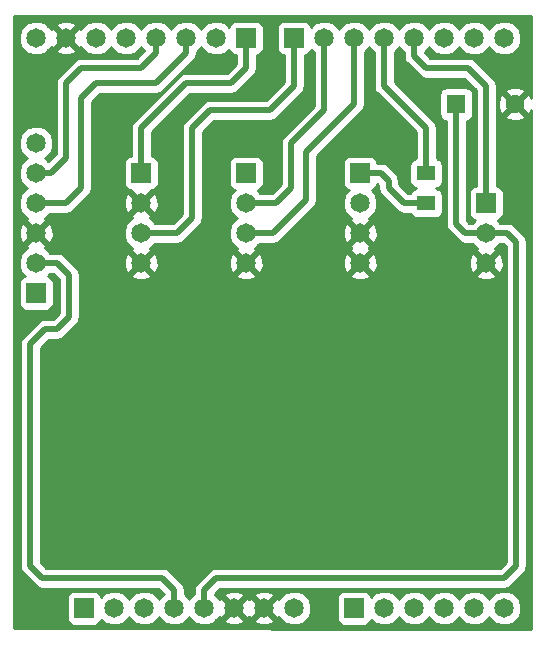
<source format=gbr>
G04 #@! TF.GenerationSoftware,KiCad,Pcbnew,(2017-02-16 revision ccbdb41)-makepkg*
G04 #@! TF.CreationDate,2017-02-23T14:10:58+01:00*
G04 #@! TF.ProjectId,Kicad,4B696361642E6B696361645F70636200,rev?*
G04 #@! TF.FileFunction,Copper,L1,Top,Signal*
G04 #@! TF.FilePolarity,Positive*
%FSLAX46Y46*%
G04 Gerber Fmt 4.6, Leading zero omitted, Abs format (unit mm)*
G04 Created by KiCad (PCBNEW (2017-02-16 revision ccbdb41)-makepkg) date 02/23/17 14:10:58*
%MOMM*%
%LPD*%
G01*
G04 APERTURE LIST*
%ADD10C,0.100000*%
%ADD11R,1.651000X1.651000*%
%ADD12C,1.651000*%
%ADD13R,1.600000X1.600000*%
%ADD14C,1.600000*%
%ADD15R,1.524000X1.270000*%
%ADD16C,0.500000*%
%ADD17C,0.254000*%
G04 APERTURE END LIST*
D10*
D11*
X137922000Y-93853000D03*
D12*
X137922000Y-96393000D03*
X137922000Y-98933000D03*
X137922000Y-101473000D03*
D11*
X119380000Y-93853000D03*
D12*
X119380000Y-96393000D03*
X119380000Y-98933000D03*
X119380000Y-101473000D03*
D11*
X128270000Y-93853000D03*
D12*
X128270000Y-96393000D03*
X128270000Y-98933000D03*
X128270000Y-101473000D03*
D11*
X110490000Y-104013000D03*
D12*
X110490000Y-101473000D03*
X110490000Y-98933000D03*
X110490000Y-96393000D03*
X110490000Y-93853000D03*
X110490000Y-91313000D03*
D11*
X148590000Y-96393000D03*
D12*
X148590000Y-98933000D03*
X148590000Y-101473000D03*
D11*
X114554000Y-130683000D03*
D12*
X117094000Y-130683000D03*
X119634000Y-130683000D03*
X122174000Y-130683000D03*
X124714000Y-130683000D03*
X127254000Y-130683000D03*
X129794000Y-130683000D03*
X132334000Y-130683000D03*
D11*
X137414000Y-130683000D03*
D12*
X139954000Y-130683000D03*
X142494000Y-130683000D03*
X145034000Y-130683000D03*
X147574000Y-130683000D03*
X150114000Y-130683000D03*
D11*
X132334000Y-82423000D03*
D12*
X134874000Y-82423000D03*
X137414000Y-82423000D03*
X139954000Y-82423000D03*
X142494000Y-82423000D03*
X145034000Y-82423000D03*
X147574000Y-82423000D03*
X150114000Y-82423000D03*
D11*
X128270000Y-82423000D03*
D12*
X125730000Y-82423000D03*
X123190000Y-82423000D03*
X120650000Y-82423000D03*
X118110000Y-82423000D03*
X115570000Y-82423000D03*
X113030000Y-82423000D03*
X110490000Y-82423000D03*
D13*
X146050000Y-88011000D03*
D14*
X151050000Y-88011000D03*
D15*
X143510000Y-96393000D03*
X143510000Y-93853000D03*
D16*
X132334000Y-86487000D02*
X132334000Y-82423000D01*
X130302000Y-88519000D02*
X132334000Y-86487000D01*
X125222000Y-88519000D02*
X130302000Y-88519000D01*
X123698000Y-90043000D02*
X125222000Y-88519000D01*
X123698000Y-97663000D02*
X123698000Y-90043000D01*
X122428000Y-98933000D02*
X123698000Y-97663000D01*
X119380000Y-98933000D02*
X122428000Y-98933000D01*
X132080000Y-82677000D02*
X132334000Y-82423000D01*
X128270000Y-96393000D02*
X130810000Y-96393000D01*
X134874000Y-88519000D02*
X134874000Y-82423000D01*
X132080000Y-91313000D02*
X134874000Y-88519000D01*
X132080000Y-95123000D02*
X132080000Y-91313000D01*
X130810000Y-96393000D02*
X132080000Y-95123000D01*
X137414000Y-88011000D02*
X137414000Y-82423000D01*
X133350000Y-92075000D02*
X137414000Y-88011000D01*
X133350000Y-96139000D02*
X133350000Y-92075000D01*
X130556000Y-98933000D02*
X133350000Y-96139000D01*
X128270000Y-98933000D02*
X130556000Y-98933000D01*
X128270000Y-84963000D02*
X128270000Y-82423000D01*
X127000000Y-86233000D02*
X128270000Y-84963000D01*
X123190000Y-86233000D02*
X127000000Y-86233000D01*
X119380000Y-90043000D02*
X123190000Y-86233000D01*
X119380000Y-93853000D02*
X119380000Y-90043000D01*
X143510000Y-93853000D02*
X143510000Y-90043000D01*
X139954000Y-86487000D02*
X139954000Y-82423000D01*
X143510000Y-90043000D02*
X139954000Y-86487000D01*
X110490000Y-96393000D02*
X113030000Y-96393000D01*
X123190000Y-83693000D02*
X123190000Y-82423000D01*
X120650000Y-86233000D02*
X123190000Y-83693000D01*
X115570000Y-86233000D02*
X120650000Y-86233000D01*
X114300000Y-87503000D02*
X115570000Y-86233000D01*
X114300000Y-95123000D02*
X114300000Y-87503000D01*
X113030000Y-96393000D02*
X114300000Y-95123000D01*
X110490000Y-93853000D02*
X111760000Y-93853000D01*
X120650000Y-83693000D02*
X120650000Y-82423000D01*
X119380000Y-84963000D02*
X120650000Y-83693000D01*
X114300000Y-84963000D02*
X119380000Y-84963000D01*
X113030000Y-86233000D02*
X114300000Y-84963000D01*
X113030000Y-92583000D02*
X113030000Y-86233000D01*
X111760000Y-93853000D02*
X113030000Y-92583000D01*
X122174000Y-130683000D02*
X122174000Y-129159000D01*
X112268000Y-101473000D02*
X110490000Y-101473000D01*
X113284000Y-102489000D02*
X112268000Y-101473000D01*
X113284000Y-106045000D02*
X113284000Y-102489000D01*
X112268000Y-107061000D02*
X113284000Y-106045000D01*
X111252000Y-107061000D02*
X112268000Y-107061000D01*
X109982000Y-108331000D02*
X111252000Y-107061000D01*
X109982000Y-127127000D02*
X109982000Y-108331000D01*
X110998000Y-128143000D02*
X109982000Y-127127000D01*
X121158000Y-128143000D02*
X110998000Y-128143000D01*
X122174000Y-129159000D02*
X121158000Y-128143000D01*
X148590000Y-98933000D02*
X146812000Y-98933000D01*
X146050000Y-98171000D02*
X146050000Y-88011000D01*
X146812000Y-98933000D02*
X146050000Y-98171000D01*
X124714000Y-130683000D02*
X124714000Y-129159000D01*
X150368000Y-98933000D02*
X148590000Y-98933000D01*
X151130000Y-99695000D02*
X150368000Y-98933000D01*
X151130000Y-127127000D02*
X151130000Y-99695000D01*
X150114000Y-128143000D02*
X151130000Y-127127000D01*
X125730000Y-128143000D02*
X150114000Y-128143000D01*
X124714000Y-129159000D02*
X125730000Y-128143000D01*
X149225000Y-98933000D02*
X148590000Y-98933000D01*
X148590000Y-96393000D02*
X148590000Y-86487000D01*
X142494000Y-83947000D02*
X142494000Y-82423000D01*
X143510000Y-84963000D02*
X142494000Y-83947000D01*
X147066000Y-84963000D02*
X143510000Y-84963000D01*
X148590000Y-86487000D02*
X147066000Y-84963000D01*
X137922000Y-93853000D02*
X139700000Y-93853000D01*
X141605000Y-96393000D02*
X143510000Y-96393000D01*
X140335000Y-95123000D02*
X141605000Y-96393000D01*
X140335000Y-94488000D02*
X140335000Y-95123000D01*
X139700000Y-93853000D02*
X140335000Y-94488000D01*
D17*
G36*
X152400000Y-87489087D02*
X152303864Y-87256995D01*
X152057745Y-87182861D01*
X151229605Y-88011000D01*
X152057745Y-88839139D01*
X152303864Y-88765005D01*
X152400000Y-88497544D01*
X152400000Y-132460634D01*
X108660000Y-132334582D01*
X108660000Y-103187500D01*
X109017060Y-103187500D01*
X109017060Y-104838500D01*
X109066343Y-105086265D01*
X109206691Y-105296309D01*
X109416735Y-105436657D01*
X109664500Y-105485940D01*
X111315500Y-105485940D01*
X111563265Y-105436657D01*
X111773309Y-105296309D01*
X111913657Y-105086265D01*
X111962940Y-104838500D01*
X111962940Y-103187500D01*
X111913657Y-102939735D01*
X111773309Y-102729691D01*
X111563265Y-102589343D01*
X111459623Y-102568727D01*
X111670718Y-102358000D01*
X111901420Y-102358000D01*
X112399000Y-102855579D01*
X112399000Y-105678421D01*
X111901420Y-106176000D01*
X111252005Y-106176000D01*
X111252000Y-106175999D01*
X110913325Y-106243367D01*
X110626210Y-106435210D01*
X110626208Y-106435213D01*
X109356210Y-107705210D01*
X109164367Y-107992325D01*
X109164367Y-107992326D01*
X109096999Y-108331000D01*
X109097000Y-108331005D01*
X109097000Y-127126995D01*
X109096999Y-127127000D01*
X109136458Y-127325367D01*
X109164367Y-127465675D01*
X109356209Y-127752789D01*
X109356210Y-127752790D01*
X110372208Y-128768787D01*
X110372210Y-128768790D01*
X110659325Y-128960633D01*
X110715516Y-128971810D01*
X110998000Y-129028001D01*
X110998005Y-129028000D01*
X120791420Y-129028000D01*
X121277599Y-129514178D01*
X120936570Y-129854613D01*
X120904196Y-129932579D01*
X120872874Y-129856774D01*
X120462387Y-129445570D01*
X119925786Y-129222754D01*
X119344763Y-129222247D01*
X118807774Y-129444126D01*
X118396570Y-129854613D01*
X118364196Y-129932579D01*
X118332874Y-129856774D01*
X117922387Y-129445570D01*
X117385786Y-129222754D01*
X116804763Y-129222247D01*
X116267774Y-129444126D01*
X115998236Y-129713194D01*
X115977657Y-129609735D01*
X115837309Y-129399691D01*
X115627265Y-129259343D01*
X115379500Y-129210060D01*
X113728500Y-129210060D01*
X113480735Y-129259343D01*
X113270691Y-129399691D01*
X113130343Y-129609735D01*
X113081060Y-129857500D01*
X113081060Y-131508500D01*
X113130343Y-131756265D01*
X113270691Y-131966309D01*
X113480735Y-132106657D01*
X113728500Y-132155940D01*
X115379500Y-132155940D01*
X115627265Y-132106657D01*
X115837309Y-131966309D01*
X115977657Y-131756265D01*
X115998273Y-131652623D01*
X116265613Y-131920430D01*
X116802214Y-132143246D01*
X117383237Y-132143753D01*
X117920226Y-131921874D01*
X118331430Y-131511387D01*
X118363804Y-131433421D01*
X118395126Y-131509226D01*
X118805613Y-131920430D01*
X119342214Y-132143246D01*
X119923237Y-132143753D01*
X120460226Y-131921874D01*
X120871430Y-131511387D01*
X120903804Y-131433421D01*
X120935126Y-131509226D01*
X121345613Y-131920430D01*
X121882214Y-132143246D01*
X122463237Y-132143753D01*
X123000226Y-131921874D01*
X123411430Y-131511387D01*
X123443804Y-131433421D01*
X123475126Y-131509226D01*
X123885613Y-131920430D01*
X124422214Y-132143246D01*
X125003237Y-132143753D01*
X125540226Y-131921874D01*
X125753256Y-131709215D01*
X126407390Y-131709215D01*
X126484656Y-131957976D01*
X127031131Y-132155340D01*
X127611535Y-132128553D01*
X128023344Y-131957976D01*
X128100610Y-131709215D01*
X128947390Y-131709215D01*
X129024656Y-131957976D01*
X129571131Y-132155340D01*
X130151535Y-132128553D01*
X130563344Y-131957976D01*
X130640610Y-131709215D01*
X129794000Y-130862605D01*
X128947390Y-131709215D01*
X128100610Y-131709215D01*
X127254000Y-130862605D01*
X126407390Y-131709215D01*
X125753256Y-131709215D01*
X125951430Y-131511387D01*
X125977487Y-131448634D01*
X125979024Y-131452344D01*
X126227785Y-131529610D01*
X127074395Y-130683000D01*
X127433605Y-130683000D01*
X128280215Y-131529610D01*
X128524000Y-131453890D01*
X128767785Y-131529610D01*
X129614395Y-130683000D01*
X129973605Y-130683000D01*
X130820215Y-131529610D01*
X131068976Y-131452344D01*
X131070211Y-131448926D01*
X131095126Y-131509226D01*
X131505613Y-131920430D01*
X132042214Y-132143246D01*
X132623237Y-132143753D01*
X133160226Y-131921874D01*
X133571430Y-131511387D01*
X133794246Y-130974786D01*
X133794753Y-130393763D01*
X133573174Y-129857500D01*
X135941060Y-129857500D01*
X135941060Y-131508500D01*
X135990343Y-131756265D01*
X136130691Y-131966309D01*
X136340735Y-132106657D01*
X136588500Y-132155940D01*
X138239500Y-132155940D01*
X138487265Y-132106657D01*
X138697309Y-131966309D01*
X138837657Y-131756265D01*
X138858273Y-131652623D01*
X139125613Y-131920430D01*
X139662214Y-132143246D01*
X140243237Y-132143753D01*
X140780226Y-131921874D01*
X141191430Y-131511387D01*
X141223804Y-131433421D01*
X141255126Y-131509226D01*
X141665613Y-131920430D01*
X142202214Y-132143246D01*
X142783237Y-132143753D01*
X143320226Y-131921874D01*
X143731430Y-131511387D01*
X143763804Y-131433421D01*
X143795126Y-131509226D01*
X144205613Y-131920430D01*
X144742214Y-132143246D01*
X145323237Y-132143753D01*
X145860226Y-131921874D01*
X146271430Y-131511387D01*
X146303804Y-131433421D01*
X146335126Y-131509226D01*
X146745613Y-131920430D01*
X147282214Y-132143246D01*
X147863237Y-132143753D01*
X148400226Y-131921874D01*
X148811430Y-131511387D01*
X148843804Y-131433421D01*
X148875126Y-131509226D01*
X149285613Y-131920430D01*
X149822214Y-132143246D01*
X150403237Y-132143753D01*
X150940226Y-131921874D01*
X151351430Y-131511387D01*
X151574246Y-130974786D01*
X151574753Y-130393763D01*
X151352874Y-129856774D01*
X150942387Y-129445570D01*
X150405786Y-129222754D01*
X149824763Y-129222247D01*
X149287774Y-129444126D01*
X148876570Y-129854613D01*
X148844196Y-129932579D01*
X148812874Y-129856774D01*
X148402387Y-129445570D01*
X147865786Y-129222754D01*
X147284763Y-129222247D01*
X146747774Y-129444126D01*
X146336570Y-129854613D01*
X146304196Y-129932579D01*
X146272874Y-129856774D01*
X145862387Y-129445570D01*
X145325786Y-129222754D01*
X144744763Y-129222247D01*
X144207774Y-129444126D01*
X143796570Y-129854613D01*
X143764196Y-129932579D01*
X143732874Y-129856774D01*
X143322387Y-129445570D01*
X142785786Y-129222754D01*
X142204763Y-129222247D01*
X141667774Y-129444126D01*
X141256570Y-129854613D01*
X141224196Y-129932579D01*
X141192874Y-129856774D01*
X140782387Y-129445570D01*
X140245786Y-129222754D01*
X139664763Y-129222247D01*
X139127774Y-129444126D01*
X138858236Y-129713194D01*
X138837657Y-129609735D01*
X138697309Y-129399691D01*
X138487265Y-129259343D01*
X138239500Y-129210060D01*
X136588500Y-129210060D01*
X136340735Y-129259343D01*
X136130691Y-129399691D01*
X135990343Y-129609735D01*
X135941060Y-129857500D01*
X133573174Y-129857500D01*
X133572874Y-129856774D01*
X133162387Y-129445570D01*
X132625786Y-129222754D01*
X132044763Y-129222247D01*
X131507774Y-129444126D01*
X131096570Y-129854613D01*
X131070513Y-129917366D01*
X131068976Y-129913656D01*
X130820215Y-129836390D01*
X129973605Y-130683000D01*
X129614395Y-130683000D01*
X128767785Y-129836390D01*
X128524000Y-129912110D01*
X128280215Y-129836390D01*
X127433605Y-130683000D01*
X127074395Y-130683000D01*
X126227785Y-129836390D01*
X125979024Y-129913656D01*
X125977789Y-129917074D01*
X125952874Y-129856774D01*
X125753234Y-129656785D01*
X126407390Y-129656785D01*
X127254000Y-130503395D01*
X128100610Y-129656785D01*
X128947390Y-129656785D01*
X129794000Y-130503395D01*
X130640610Y-129656785D01*
X130563344Y-129408024D01*
X130016869Y-129210660D01*
X129436465Y-129237447D01*
X129024656Y-129408024D01*
X128947390Y-129656785D01*
X128100610Y-129656785D01*
X128023344Y-129408024D01*
X127476869Y-129210660D01*
X126896465Y-129237447D01*
X126484656Y-129408024D01*
X126407390Y-129656785D01*
X125753234Y-129656785D01*
X125610639Y-129513941D01*
X126096579Y-129028000D01*
X150113995Y-129028000D01*
X150114000Y-129028001D01*
X150396484Y-128971810D01*
X150452675Y-128960633D01*
X150739790Y-128768790D01*
X150739791Y-128768789D01*
X151755787Y-127752792D01*
X151755790Y-127752790D01*
X151947633Y-127465675D01*
X151975542Y-127325367D01*
X152015001Y-127127000D01*
X152015000Y-127126995D01*
X152015000Y-99695005D01*
X152015001Y-99695000D01*
X151947633Y-99356326D01*
X151947633Y-99356325D01*
X151755790Y-99069210D01*
X151755787Y-99069208D01*
X150993790Y-98307210D01*
X150966222Y-98288790D01*
X150706675Y-98115367D01*
X150650484Y-98104190D01*
X150368000Y-98047999D01*
X150367995Y-98048000D01*
X149770202Y-98048000D01*
X149559806Y-97837236D01*
X149663265Y-97816657D01*
X149873309Y-97676309D01*
X150013657Y-97466265D01*
X150062940Y-97218500D01*
X150062940Y-95567500D01*
X150013657Y-95319735D01*
X149873309Y-95109691D01*
X149663265Y-94969343D01*
X149475000Y-94931895D01*
X149475000Y-89018745D01*
X150221861Y-89018745D01*
X150295995Y-89264864D01*
X150833223Y-89457965D01*
X151403454Y-89430778D01*
X151804005Y-89264864D01*
X151878139Y-89018745D01*
X151050000Y-88190605D01*
X150221861Y-89018745D01*
X149475000Y-89018745D01*
X149475000Y-87794223D01*
X149603035Y-87794223D01*
X149630222Y-88364454D01*
X149796136Y-88765005D01*
X150042255Y-88839139D01*
X150870395Y-88011000D01*
X150042255Y-87182861D01*
X149796136Y-87256995D01*
X149603035Y-87794223D01*
X149475000Y-87794223D01*
X149475000Y-87003255D01*
X150221861Y-87003255D01*
X151050000Y-87831395D01*
X151878139Y-87003255D01*
X151804005Y-86757136D01*
X151266777Y-86564035D01*
X150696546Y-86591222D01*
X150295995Y-86757136D01*
X150221861Y-87003255D01*
X149475000Y-87003255D01*
X149475000Y-86487000D01*
X149407633Y-86148325D01*
X149215790Y-85861210D01*
X149215787Y-85861208D01*
X147691790Y-84337210D01*
X147614660Y-84285674D01*
X147404675Y-84145367D01*
X147348484Y-84134190D01*
X147066000Y-84077999D01*
X147065995Y-84078000D01*
X143876579Y-84078000D01*
X143390401Y-83591821D01*
X143731430Y-83251387D01*
X143763804Y-83173421D01*
X143795126Y-83249226D01*
X144205613Y-83660430D01*
X144742214Y-83883246D01*
X145323237Y-83883753D01*
X145860226Y-83661874D01*
X146271430Y-83251387D01*
X146303804Y-83173421D01*
X146335126Y-83249226D01*
X146745613Y-83660430D01*
X147282214Y-83883246D01*
X147863237Y-83883753D01*
X148400226Y-83661874D01*
X148811430Y-83251387D01*
X148843804Y-83173421D01*
X148875126Y-83249226D01*
X149285613Y-83660430D01*
X149822214Y-83883246D01*
X150403237Y-83883753D01*
X150940226Y-83661874D01*
X151351430Y-83251387D01*
X151574246Y-82714786D01*
X151574753Y-82133763D01*
X151352874Y-81596774D01*
X150942387Y-81185570D01*
X150405786Y-80962754D01*
X149824763Y-80962247D01*
X149287774Y-81184126D01*
X148876570Y-81594613D01*
X148844196Y-81672579D01*
X148812874Y-81596774D01*
X148402387Y-81185570D01*
X147865786Y-80962754D01*
X147284763Y-80962247D01*
X146747774Y-81184126D01*
X146336570Y-81594613D01*
X146304196Y-81672579D01*
X146272874Y-81596774D01*
X145862387Y-81185570D01*
X145325786Y-80962754D01*
X144744763Y-80962247D01*
X144207774Y-81184126D01*
X143796570Y-81594613D01*
X143764196Y-81672579D01*
X143732874Y-81596774D01*
X143322387Y-81185570D01*
X142785786Y-80962754D01*
X142204763Y-80962247D01*
X141667774Y-81184126D01*
X141256570Y-81594613D01*
X141224196Y-81672579D01*
X141192874Y-81596774D01*
X140782387Y-81185570D01*
X140245786Y-80962754D01*
X139664763Y-80962247D01*
X139127774Y-81184126D01*
X138716570Y-81594613D01*
X138684196Y-81672579D01*
X138652874Y-81596774D01*
X138242387Y-81185570D01*
X137705786Y-80962754D01*
X137124763Y-80962247D01*
X136587774Y-81184126D01*
X136176570Y-81594613D01*
X136144196Y-81672579D01*
X136112874Y-81596774D01*
X135702387Y-81185570D01*
X135165786Y-80962754D01*
X134584763Y-80962247D01*
X134047774Y-81184126D01*
X133778236Y-81453194D01*
X133757657Y-81349735D01*
X133617309Y-81139691D01*
X133407265Y-80999343D01*
X133159500Y-80950060D01*
X131508500Y-80950060D01*
X131260735Y-80999343D01*
X131050691Y-81139691D01*
X130910343Y-81349735D01*
X130861060Y-81597500D01*
X130861060Y-83248500D01*
X130910343Y-83496265D01*
X131050691Y-83706309D01*
X131260735Y-83846657D01*
X131449000Y-83884105D01*
X131449000Y-86120421D01*
X129935420Y-87634000D01*
X125222000Y-87634000D01*
X124883325Y-87701367D01*
X124596210Y-87893210D01*
X124596208Y-87893213D01*
X123072210Y-89417210D01*
X122880367Y-89704325D01*
X122880367Y-89704326D01*
X122812999Y-90043000D01*
X122813000Y-90043005D01*
X122813000Y-97296421D01*
X122061420Y-98048000D01*
X120560202Y-98048000D01*
X120208387Y-97695570D01*
X120145634Y-97669513D01*
X120149344Y-97667976D01*
X120226610Y-97419215D01*
X119380000Y-96572605D01*
X118533390Y-97419215D01*
X118610656Y-97667976D01*
X118614074Y-97669211D01*
X118553774Y-97694126D01*
X118142570Y-98104613D01*
X117919754Y-98641214D01*
X117919247Y-99222237D01*
X118141126Y-99759226D01*
X118551613Y-100170430D01*
X118614366Y-100196487D01*
X118610656Y-100198024D01*
X118533390Y-100446785D01*
X119380000Y-101293395D01*
X120226610Y-100446785D01*
X120149344Y-100198024D01*
X120145926Y-100196789D01*
X120206226Y-100171874D01*
X120560718Y-99818000D01*
X122427995Y-99818000D01*
X122428000Y-99818001D01*
X122723475Y-99759226D01*
X122766675Y-99750633D01*
X123053790Y-99558790D01*
X124323787Y-98288792D01*
X124323790Y-98288790D01*
X124515633Y-98001675D01*
X124545158Y-97853246D01*
X124583001Y-97663000D01*
X124583000Y-97662995D01*
X124583000Y-90409580D01*
X125588579Y-89404000D01*
X130301995Y-89404000D01*
X130302000Y-89404001D01*
X130584484Y-89347810D01*
X130640675Y-89336633D01*
X130927790Y-89144790D01*
X130927791Y-89144789D01*
X132959787Y-87112792D01*
X132959790Y-87112790D01*
X133151633Y-86825675D01*
X133179542Y-86685367D01*
X133219001Y-86487000D01*
X133219000Y-86486995D01*
X133219000Y-83884105D01*
X133407265Y-83846657D01*
X133617309Y-83706309D01*
X133757657Y-83496265D01*
X133778273Y-83392623D01*
X133989000Y-83603718D01*
X133989000Y-88152421D01*
X131454210Y-90687210D01*
X131262367Y-90974325D01*
X131262367Y-90974326D01*
X131194999Y-91313000D01*
X131195000Y-91313005D01*
X131195000Y-94756421D01*
X130443420Y-95508000D01*
X129450202Y-95508000D01*
X129239806Y-95297236D01*
X129343265Y-95276657D01*
X129553309Y-95136309D01*
X129693657Y-94926265D01*
X129742940Y-94678500D01*
X129742940Y-93027500D01*
X129693657Y-92779735D01*
X129553309Y-92569691D01*
X129343265Y-92429343D01*
X129095500Y-92380060D01*
X127444500Y-92380060D01*
X127196735Y-92429343D01*
X126986691Y-92569691D01*
X126846343Y-92779735D01*
X126797060Y-93027500D01*
X126797060Y-94678500D01*
X126846343Y-94926265D01*
X126986691Y-95136309D01*
X127196735Y-95276657D01*
X127300377Y-95297273D01*
X127032570Y-95564613D01*
X126809754Y-96101214D01*
X126809247Y-96682237D01*
X127031126Y-97219226D01*
X127441613Y-97630430D01*
X127519579Y-97662804D01*
X127443774Y-97694126D01*
X127032570Y-98104613D01*
X126809754Y-98641214D01*
X126809247Y-99222237D01*
X127031126Y-99759226D01*
X127441613Y-100170430D01*
X127504366Y-100196487D01*
X127500656Y-100198024D01*
X127423390Y-100446785D01*
X128270000Y-101293395D01*
X129116610Y-100446785D01*
X129039344Y-100198024D01*
X129035926Y-100196789D01*
X129096226Y-100171874D01*
X129309256Y-99959215D01*
X137075390Y-99959215D01*
X137151110Y-100203000D01*
X137075390Y-100446785D01*
X137922000Y-101293395D01*
X138768610Y-100446785D01*
X138692890Y-100203000D01*
X138768610Y-99959215D01*
X137922000Y-99112605D01*
X137075390Y-99959215D01*
X129309256Y-99959215D01*
X129450718Y-99818000D01*
X130555995Y-99818000D01*
X130556000Y-99818001D01*
X130851475Y-99759226D01*
X130894675Y-99750633D01*
X131181790Y-99558790D01*
X132030448Y-98710131D01*
X136449660Y-98710131D01*
X136476447Y-99290535D01*
X136647024Y-99702344D01*
X136895785Y-99779610D01*
X137742395Y-98933000D01*
X138101605Y-98933000D01*
X138948215Y-99779610D01*
X139196976Y-99702344D01*
X139394340Y-99155869D01*
X139367553Y-98575465D01*
X139196976Y-98163656D01*
X138948215Y-98086390D01*
X138101605Y-98933000D01*
X137742395Y-98933000D01*
X136895785Y-98086390D01*
X136647024Y-98163656D01*
X136449660Y-98710131D01*
X132030448Y-98710131D01*
X133975787Y-96764792D01*
X133975790Y-96764790D01*
X134167633Y-96477675D01*
X134184476Y-96393000D01*
X134235001Y-96139000D01*
X134235000Y-96138995D01*
X134235000Y-92441580D01*
X138039787Y-88636792D01*
X138039790Y-88636790D01*
X138231633Y-88349675D01*
X138255880Y-88227777D01*
X138299001Y-88011000D01*
X138299000Y-88010995D01*
X138299000Y-83603202D01*
X138651430Y-83251387D01*
X138683804Y-83173421D01*
X138715126Y-83249226D01*
X139069000Y-83603718D01*
X139069000Y-86486995D01*
X139068999Y-86487000D01*
X139108458Y-86685367D01*
X139136367Y-86825675D01*
X139286678Y-87050633D01*
X139328210Y-87112790D01*
X142625000Y-90409579D01*
X142625000Y-92595026D01*
X142500235Y-92619843D01*
X142290191Y-92760191D01*
X142149843Y-92970235D01*
X142100560Y-93218000D01*
X142100560Y-94488000D01*
X142149843Y-94735765D01*
X142290191Y-94945809D01*
X142500235Y-95086157D01*
X142685459Y-95123000D01*
X142500235Y-95159843D01*
X142290191Y-95300191D01*
X142151336Y-95508000D01*
X141971579Y-95508000D01*
X141220000Y-94756420D01*
X141220000Y-94488005D01*
X141220001Y-94488000D01*
X141152634Y-94149326D01*
X141088975Y-94054054D01*
X140960790Y-93862210D01*
X140960787Y-93862208D01*
X140325790Y-93227210D01*
X140298222Y-93208790D01*
X140038675Y-93035367D01*
X139982484Y-93024190D01*
X139700000Y-92967999D01*
X139699995Y-92968000D01*
X139383105Y-92968000D01*
X139345657Y-92779735D01*
X139205309Y-92569691D01*
X138995265Y-92429343D01*
X138747500Y-92380060D01*
X137096500Y-92380060D01*
X136848735Y-92429343D01*
X136638691Y-92569691D01*
X136498343Y-92779735D01*
X136449060Y-93027500D01*
X136449060Y-94678500D01*
X136498343Y-94926265D01*
X136638691Y-95136309D01*
X136848735Y-95276657D01*
X136952377Y-95297273D01*
X136684570Y-95564613D01*
X136461754Y-96101214D01*
X136461247Y-96682237D01*
X136683126Y-97219226D01*
X137093613Y-97630430D01*
X137156366Y-97656487D01*
X137152656Y-97658024D01*
X137075390Y-97906785D01*
X137922000Y-98753395D01*
X138768610Y-97906785D01*
X138691344Y-97658024D01*
X138687926Y-97656789D01*
X138748226Y-97631874D01*
X139159430Y-97221387D01*
X139382246Y-96684786D01*
X139382753Y-96103763D01*
X139160874Y-95566774D01*
X138891806Y-95297236D01*
X138995265Y-95276657D01*
X139205309Y-95136309D01*
X139345657Y-94926265D01*
X139374862Y-94779441D01*
X139450000Y-94854579D01*
X139450000Y-95122995D01*
X139449999Y-95123000D01*
X139506190Y-95405484D01*
X139517367Y-95461675D01*
X139625599Y-95623656D01*
X139709210Y-95748790D01*
X140979208Y-97018787D01*
X140979210Y-97018790D01*
X141194055Y-97162344D01*
X141266325Y-97210633D01*
X141605000Y-97278001D01*
X141605005Y-97278000D01*
X142151336Y-97278000D01*
X142290191Y-97485809D01*
X142500235Y-97626157D01*
X142748000Y-97675440D01*
X144272000Y-97675440D01*
X144519765Y-97626157D01*
X144729809Y-97485809D01*
X144870157Y-97275765D01*
X144919440Y-97028000D01*
X144919440Y-95758000D01*
X144870157Y-95510235D01*
X144729809Y-95300191D01*
X144519765Y-95159843D01*
X144334541Y-95123000D01*
X144519765Y-95086157D01*
X144729809Y-94945809D01*
X144870157Y-94735765D01*
X144919440Y-94488000D01*
X144919440Y-93218000D01*
X144870157Y-92970235D01*
X144729809Y-92760191D01*
X144519765Y-92619843D01*
X144395000Y-92595026D01*
X144395000Y-90043000D01*
X144327633Y-89704325D01*
X144135790Y-89417210D01*
X144135787Y-89417208D01*
X140839000Y-86120420D01*
X140839000Y-83603202D01*
X141191430Y-83251387D01*
X141223804Y-83173421D01*
X141255126Y-83249226D01*
X141609000Y-83603718D01*
X141609000Y-83946995D01*
X141608999Y-83947000D01*
X141648458Y-84145367D01*
X141676367Y-84285675D01*
X141826678Y-84510633D01*
X141868210Y-84572790D01*
X142884208Y-85588787D01*
X142884210Y-85588790D01*
X143171325Y-85780633D01*
X143227516Y-85791810D01*
X143510000Y-85848001D01*
X143510005Y-85848000D01*
X146699420Y-85848000D01*
X147705000Y-86853579D01*
X147705000Y-94931895D01*
X147516735Y-94969343D01*
X147306691Y-95109691D01*
X147166343Y-95319735D01*
X147117060Y-95567500D01*
X147117060Y-97218500D01*
X147166343Y-97466265D01*
X147306691Y-97676309D01*
X147516735Y-97816657D01*
X147620377Y-97837273D01*
X147409282Y-98048000D01*
X147178579Y-98048000D01*
X146935000Y-97804420D01*
X146935000Y-89441533D01*
X147097765Y-89409157D01*
X147307809Y-89268809D01*
X147448157Y-89058765D01*
X147497440Y-88811000D01*
X147497440Y-87211000D01*
X147448157Y-86963235D01*
X147307809Y-86753191D01*
X147097765Y-86612843D01*
X146850000Y-86563560D01*
X145250000Y-86563560D01*
X145002235Y-86612843D01*
X144792191Y-86753191D01*
X144651843Y-86963235D01*
X144602560Y-87211000D01*
X144602560Y-88811000D01*
X144651843Y-89058765D01*
X144792191Y-89268809D01*
X145002235Y-89409157D01*
X145165000Y-89441533D01*
X145165000Y-98170995D01*
X145164999Y-98171000D01*
X145192094Y-98307211D01*
X145232367Y-98509675D01*
X145366307Y-98710131D01*
X145424210Y-98796790D01*
X146186208Y-99558787D01*
X146186210Y-99558790D01*
X146473325Y-99750633D01*
X146516525Y-99759226D01*
X146812000Y-99818001D01*
X146812005Y-99818000D01*
X147409798Y-99818000D01*
X147761613Y-100170430D01*
X147824366Y-100196487D01*
X147820656Y-100198024D01*
X147743390Y-100446785D01*
X148590000Y-101293395D01*
X149436610Y-100446785D01*
X149359344Y-100198024D01*
X149355926Y-100196789D01*
X149416226Y-100171874D01*
X149770718Y-99818000D01*
X150001420Y-99818000D01*
X150245000Y-100061579D01*
X150245000Y-126760421D01*
X149747420Y-127258000D01*
X125730005Y-127258000D01*
X125730000Y-127257999D01*
X125447516Y-127314190D01*
X125391325Y-127325367D01*
X125104210Y-127517210D01*
X125104208Y-127517213D01*
X124088210Y-128533210D01*
X123896367Y-128820325D01*
X123896367Y-128820326D01*
X123828999Y-129159000D01*
X123829000Y-129159005D01*
X123829000Y-129502798D01*
X123476570Y-129854613D01*
X123444196Y-129932579D01*
X123412874Y-129856774D01*
X123059000Y-129502282D01*
X123059000Y-129159005D01*
X123059001Y-129159000D01*
X122991633Y-128820326D01*
X122991633Y-128820325D01*
X122799790Y-128533210D01*
X122799787Y-128533208D01*
X121783790Y-127517210D01*
X121706660Y-127465674D01*
X121496675Y-127325367D01*
X121440484Y-127314190D01*
X121158000Y-127257999D01*
X121157995Y-127258000D01*
X111364579Y-127258000D01*
X110867000Y-126760420D01*
X110867000Y-108697580D01*
X111618579Y-107946000D01*
X112267995Y-107946000D01*
X112268000Y-107946001D01*
X112550484Y-107889810D01*
X112606675Y-107878633D01*
X112893790Y-107686790D01*
X113909787Y-106670792D01*
X113909790Y-106670790D01*
X114101633Y-106383675D01*
X114129542Y-106243367D01*
X114169001Y-106045000D01*
X114169000Y-106044995D01*
X114169000Y-102499215D01*
X118533390Y-102499215D01*
X118610656Y-102747976D01*
X119157131Y-102945340D01*
X119737535Y-102918553D01*
X120149344Y-102747976D01*
X120226610Y-102499215D01*
X127423390Y-102499215D01*
X127500656Y-102747976D01*
X128047131Y-102945340D01*
X128627535Y-102918553D01*
X129039344Y-102747976D01*
X129116610Y-102499215D01*
X137075390Y-102499215D01*
X137152656Y-102747976D01*
X137699131Y-102945340D01*
X138279535Y-102918553D01*
X138691344Y-102747976D01*
X138768610Y-102499215D01*
X147743390Y-102499215D01*
X147820656Y-102747976D01*
X148367131Y-102945340D01*
X148947535Y-102918553D01*
X149359344Y-102747976D01*
X149436610Y-102499215D01*
X148590000Y-101652605D01*
X147743390Y-102499215D01*
X138768610Y-102499215D01*
X137922000Y-101652605D01*
X137075390Y-102499215D01*
X129116610Y-102499215D01*
X128270000Y-101652605D01*
X127423390Y-102499215D01*
X120226610Y-102499215D01*
X119380000Y-101652605D01*
X118533390Y-102499215D01*
X114169000Y-102499215D01*
X114169000Y-102489005D01*
X114169001Y-102489000D01*
X114101633Y-102150326D01*
X114101633Y-102150325D01*
X113909790Y-101863210D01*
X113909787Y-101863208D01*
X113296711Y-101250131D01*
X117907660Y-101250131D01*
X117934447Y-101830535D01*
X118105024Y-102242344D01*
X118353785Y-102319610D01*
X119200395Y-101473000D01*
X119559605Y-101473000D01*
X120406215Y-102319610D01*
X120654976Y-102242344D01*
X120852340Y-101695869D01*
X120831769Y-101250131D01*
X126797660Y-101250131D01*
X126824447Y-101830535D01*
X126995024Y-102242344D01*
X127243785Y-102319610D01*
X128090395Y-101473000D01*
X128449605Y-101473000D01*
X129296215Y-102319610D01*
X129544976Y-102242344D01*
X129742340Y-101695869D01*
X129721769Y-101250131D01*
X136449660Y-101250131D01*
X136476447Y-101830535D01*
X136647024Y-102242344D01*
X136895785Y-102319610D01*
X137742395Y-101473000D01*
X138101605Y-101473000D01*
X138948215Y-102319610D01*
X139196976Y-102242344D01*
X139394340Y-101695869D01*
X139373769Y-101250131D01*
X147117660Y-101250131D01*
X147144447Y-101830535D01*
X147315024Y-102242344D01*
X147563785Y-102319610D01*
X148410395Y-101473000D01*
X148769605Y-101473000D01*
X149616215Y-102319610D01*
X149864976Y-102242344D01*
X150062340Y-101695869D01*
X150035553Y-101115465D01*
X149864976Y-100703656D01*
X149616215Y-100626390D01*
X148769605Y-101473000D01*
X148410395Y-101473000D01*
X147563785Y-100626390D01*
X147315024Y-100703656D01*
X147117660Y-101250131D01*
X139373769Y-101250131D01*
X139367553Y-101115465D01*
X139196976Y-100703656D01*
X138948215Y-100626390D01*
X138101605Y-101473000D01*
X137742395Y-101473000D01*
X136895785Y-100626390D01*
X136647024Y-100703656D01*
X136449660Y-101250131D01*
X129721769Y-101250131D01*
X129715553Y-101115465D01*
X129544976Y-100703656D01*
X129296215Y-100626390D01*
X128449605Y-101473000D01*
X128090395Y-101473000D01*
X127243785Y-100626390D01*
X126995024Y-100703656D01*
X126797660Y-101250131D01*
X120831769Y-101250131D01*
X120825553Y-101115465D01*
X120654976Y-100703656D01*
X120406215Y-100626390D01*
X119559605Y-101473000D01*
X119200395Y-101473000D01*
X118353785Y-100626390D01*
X118105024Y-100703656D01*
X117907660Y-101250131D01*
X113296711Y-101250131D01*
X112893790Y-100847210D01*
X112606675Y-100655367D01*
X112550484Y-100644190D01*
X112268000Y-100587999D01*
X112267995Y-100588000D01*
X111670202Y-100588000D01*
X111318387Y-100235570D01*
X111255634Y-100209513D01*
X111259344Y-100207976D01*
X111336610Y-99959215D01*
X110490000Y-99112605D01*
X109643390Y-99959215D01*
X109720656Y-100207976D01*
X109724074Y-100209211D01*
X109663774Y-100234126D01*
X109252570Y-100644613D01*
X109029754Y-101181214D01*
X109029247Y-101762237D01*
X109251126Y-102299226D01*
X109520194Y-102568764D01*
X109416735Y-102589343D01*
X109206691Y-102729691D01*
X109066343Y-102939735D01*
X109017060Y-103187500D01*
X108660000Y-103187500D01*
X108660000Y-98710131D01*
X109017660Y-98710131D01*
X109044447Y-99290535D01*
X109215024Y-99702344D01*
X109463785Y-99779610D01*
X110310395Y-98933000D01*
X110669605Y-98933000D01*
X111516215Y-99779610D01*
X111764976Y-99702344D01*
X111962340Y-99155869D01*
X111935553Y-98575465D01*
X111764976Y-98163656D01*
X111516215Y-98086390D01*
X110669605Y-98933000D01*
X110310395Y-98933000D01*
X109463785Y-98086390D01*
X109215024Y-98163656D01*
X109017660Y-98710131D01*
X108660000Y-98710131D01*
X108660000Y-91602237D01*
X109029247Y-91602237D01*
X109251126Y-92139226D01*
X109661613Y-92550430D01*
X109739579Y-92582804D01*
X109663774Y-92614126D01*
X109252570Y-93024613D01*
X109029754Y-93561214D01*
X109029247Y-94142237D01*
X109251126Y-94679226D01*
X109661613Y-95090430D01*
X109739579Y-95122804D01*
X109663774Y-95154126D01*
X109252570Y-95564613D01*
X109029754Y-96101214D01*
X109029247Y-96682237D01*
X109251126Y-97219226D01*
X109661613Y-97630430D01*
X109724366Y-97656487D01*
X109720656Y-97658024D01*
X109643390Y-97906785D01*
X110490000Y-98753395D01*
X111336610Y-97906785D01*
X111259344Y-97658024D01*
X111255926Y-97656789D01*
X111316226Y-97631874D01*
X111670718Y-97278000D01*
X113029995Y-97278000D01*
X113030000Y-97278001D01*
X113329125Y-97218500D01*
X113368675Y-97210633D01*
X113655790Y-97018790D01*
X113655791Y-97018789D01*
X114504448Y-96170131D01*
X117907660Y-96170131D01*
X117934447Y-96750535D01*
X118105024Y-97162344D01*
X118353785Y-97239610D01*
X119200395Y-96393000D01*
X119559605Y-96393000D01*
X120406215Y-97239610D01*
X120654976Y-97162344D01*
X120852340Y-96615869D01*
X120825553Y-96035465D01*
X120654976Y-95623656D01*
X120406215Y-95546390D01*
X119559605Y-96393000D01*
X119200395Y-96393000D01*
X118353785Y-95546390D01*
X118105024Y-95623656D01*
X117907660Y-96170131D01*
X114504448Y-96170131D01*
X114925787Y-95748792D01*
X114925790Y-95748790D01*
X115117633Y-95461675D01*
X115117633Y-95461674D01*
X115185001Y-95123000D01*
X115185000Y-95122995D01*
X115185000Y-87869580D01*
X115936579Y-87118000D01*
X120649995Y-87118000D01*
X120650000Y-87118001D01*
X120932484Y-87061810D01*
X120988675Y-87050633D01*
X121275790Y-86858790D01*
X121275791Y-86858789D01*
X123815787Y-84318792D01*
X123815790Y-84318790D01*
X124007633Y-84031675D01*
X124075000Y-83693000D01*
X124075000Y-83603202D01*
X124427430Y-83251387D01*
X124459804Y-83173421D01*
X124491126Y-83249226D01*
X124901613Y-83660430D01*
X125438214Y-83883246D01*
X126019237Y-83883753D01*
X126556226Y-83661874D01*
X126825764Y-83392806D01*
X126846343Y-83496265D01*
X126986691Y-83706309D01*
X127196735Y-83846657D01*
X127385000Y-83884105D01*
X127385000Y-84596421D01*
X126633420Y-85348000D01*
X123190005Y-85348000D01*
X123190000Y-85347999D01*
X122907516Y-85404190D01*
X122851325Y-85415367D01*
X122564210Y-85607210D01*
X122564208Y-85607213D01*
X118754210Y-89417210D01*
X118562367Y-89704325D01*
X118562367Y-89704326D01*
X118494999Y-90043000D01*
X118495000Y-90043005D01*
X118495000Y-92391895D01*
X118306735Y-92429343D01*
X118096691Y-92569691D01*
X117956343Y-92779735D01*
X117907060Y-93027500D01*
X117907060Y-94678500D01*
X117956343Y-94926265D01*
X118096691Y-95136309D01*
X118306735Y-95276657D01*
X118546567Y-95324362D01*
X118533390Y-95366785D01*
X119380000Y-96213395D01*
X120226610Y-95366785D01*
X120213433Y-95324362D01*
X120453265Y-95276657D01*
X120663309Y-95136309D01*
X120803657Y-94926265D01*
X120852940Y-94678500D01*
X120852940Y-93027500D01*
X120803657Y-92779735D01*
X120663309Y-92569691D01*
X120453265Y-92429343D01*
X120265000Y-92391895D01*
X120265000Y-90409580D01*
X123556579Y-87118000D01*
X126999995Y-87118000D01*
X127000000Y-87118001D01*
X127282484Y-87061810D01*
X127338675Y-87050633D01*
X127625790Y-86858790D01*
X127625791Y-86858789D01*
X128895787Y-85588792D01*
X128895790Y-85588790D01*
X129087633Y-85301675D01*
X129087633Y-85301674D01*
X129155001Y-84963000D01*
X129155000Y-84962995D01*
X129155000Y-83884105D01*
X129343265Y-83846657D01*
X129553309Y-83706309D01*
X129693657Y-83496265D01*
X129742940Y-83248500D01*
X129742940Y-81597500D01*
X129693657Y-81349735D01*
X129553309Y-81139691D01*
X129343265Y-80999343D01*
X129095500Y-80950060D01*
X127444500Y-80950060D01*
X127196735Y-80999343D01*
X126986691Y-81139691D01*
X126846343Y-81349735D01*
X126825727Y-81453377D01*
X126558387Y-81185570D01*
X126021786Y-80962754D01*
X125440763Y-80962247D01*
X124903774Y-81184126D01*
X124492570Y-81594613D01*
X124460196Y-81672579D01*
X124428874Y-81596774D01*
X124018387Y-81185570D01*
X123481786Y-80962754D01*
X122900763Y-80962247D01*
X122363774Y-81184126D01*
X121952570Y-81594613D01*
X121920196Y-81672579D01*
X121888874Y-81596774D01*
X121478387Y-81185570D01*
X120941786Y-80962754D01*
X120360763Y-80962247D01*
X119823774Y-81184126D01*
X119412570Y-81594613D01*
X119380196Y-81672579D01*
X119348874Y-81596774D01*
X118938387Y-81185570D01*
X118401786Y-80962754D01*
X117820763Y-80962247D01*
X117283774Y-81184126D01*
X116872570Y-81594613D01*
X116840196Y-81672579D01*
X116808874Y-81596774D01*
X116398387Y-81185570D01*
X115861786Y-80962754D01*
X115280763Y-80962247D01*
X114743774Y-81184126D01*
X114332570Y-81594613D01*
X114306513Y-81657366D01*
X114304976Y-81653656D01*
X114056215Y-81576390D01*
X113209605Y-82423000D01*
X114056215Y-83269610D01*
X114304976Y-83192344D01*
X114306211Y-83188926D01*
X114331126Y-83249226D01*
X114741613Y-83660430D01*
X115278214Y-83883246D01*
X115859237Y-83883753D01*
X116396226Y-83661874D01*
X116807430Y-83251387D01*
X116839804Y-83173421D01*
X116871126Y-83249226D01*
X117281613Y-83660430D01*
X117818214Y-83883246D01*
X118399237Y-83883753D01*
X118936226Y-83661874D01*
X119347430Y-83251387D01*
X119379804Y-83173421D01*
X119411126Y-83249226D01*
X119626472Y-83464948D01*
X119013420Y-84078000D01*
X114300005Y-84078000D01*
X114300000Y-84077999D01*
X113961325Y-84145367D01*
X113674210Y-84337210D01*
X113674208Y-84337213D01*
X112404210Y-85607210D01*
X112212367Y-85894325D01*
X112212367Y-85894326D01*
X112144999Y-86233000D01*
X112145000Y-86233005D01*
X112145000Y-92216421D01*
X111531932Y-92829488D01*
X111318387Y-92615570D01*
X111240421Y-92583196D01*
X111316226Y-92551874D01*
X111727430Y-92141387D01*
X111950246Y-91604786D01*
X111950753Y-91023763D01*
X111728874Y-90486774D01*
X111318387Y-90075570D01*
X110781786Y-89852754D01*
X110200763Y-89852247D01*
X109663774Y-90074126D01*
X109252570Y-90484613D01*
X109029754Y-91021214D01*
X109029247Y-91602237D01*
X108660000Y-91602237D01*
X108660000Y-82712237D01*
X109029247Y-82712237D01*
X109251126Y-83249226D01*
X109661613Y-83660430D01*
X110198214Y-83883246D01*
X110779237Y-83883753D01*
X111316226Y-83661874D01*
X111529256Y-83449215D01*
X112183390Y-83449215D01*
X112260656Y-83697976D01*
X112807131Y-83895340D01*
X113387535Y-83868553D01*
X113799344Y-83697976D01*
X113876610Y-83449215D01*
X113030000Y-82602605D01*
X112183390Y-83449215D01*
X111529256Y-83449215D01*
X111727430Y-83251387D01*
X111753487Y-83188634D01*
X111755024Y-83192344D01*
X112003785Y-83269610D01*
X112850395Y-82423000D01*
X112003785Y-81576390D01*
X111755024Y-81653656D01*
X111753789Y-81657074D01*
X111728874Y-81596774D01*
X111529234Y-81396785D01*
X112183390Y-81396785D01*
X113030000Y-82243395D01*
X113876610Y-81396785D01*
X113799344Y-81148024D01*
X113252869Y-80950660D01*
X112672465Y-80977447D01*
X112260656Y-81148024D01*
X112183390Y-81396785D01*
X111529234Y-81396785D01*
X111318387Y-81185570D01*
X110781786Y-80962754D01*
X110200763Y-80962247D01*
X109663774Y-81184126D01*
X109252570Y-81594613D01*
X109029754Y-82131214D01*
X109029247Y-82712237D01*
X108660000Y-82712237D01*
X108660000Y-80593000D01*
X152400000Y-80593000D01*
X152400000Y-87489087D01*
X152400000Y-87489087D01*
G37*
X152400000Y-87489087D02*
X152303864Y-87256995D01*
X152057745Y-87182861D01*
X151229605Y-88011000D01*
X152057745Y-88839139D01*
X152303864Y-88765005D01*
X152400000Y-88497544D01*
X152400000Y-132460634D01*
X108660000Y-132334582D01*
X108660000Y-103187500D01*
X109017060Y-103187500D01*
X109017060Y-104838500D01*
X109066343Y-105086265D01*
X109206691Y-105296309D01*
X109416735Y-105436657D01*
X109664500Y-105485940D01*
X111315500Y-105485940D01*
X111563265Y-105436657D01*
X111773309Y-105296309D01*
X111913657Y-105086265D01*
X111962940Y-104838500D01*
X111962940Y-103187500D01*
X111913657Y-102939735D01*
X111773309Y-102729691D01*
X111563265Y-102589343D01*
X111459623Y-102568727D01*
X111670718Y-102358000D01*
X111901420Y-102358000D01*
X112399000Y-102855579D01*
X112399000Y-105678421D01*
X111901420Y-106176000D01*
X111252005Y-106176000D01*
X111252000Y-106175999D01*
X110913325Y-106243367D01*
X110626210Y-106435210D01*
X110626208Y-106435213D01*
X109356210Y-107705210D01*
X109164367Y-107992325D01*
X109164367Y-107992326D01*
X109096999Y-108331000D01*
X109097000Y-108331005D01*
X109097000Y-127126995D01*
X109096999Y-127127000D01*
X109136458Y-127325367D01*
X109164367Y-127465675D01*
X109356209Y-127752789D01*
X109356210Y-127752790D01*
X110372208Y-128768787D01*
X110372210Y-128768790D01*
X110659325Y-128960633D01*
X110715516Y-128971810D01*
X110998000Y-129028001D01*
X110998005Y-129028000D01*
X120791420Y-129028000D01*
X121277599Y-129514178D01*
X120936570Y-129854613D01*
X120904196Y-129932579D01*
X120872874Y-129856774D01*
X120462387Y-129445570D01*
X119925786Y-129222754D01*
X119344763Y-129222247D01*
X118807774Y-129444126D01*
X118396570Y-129854613D01*
X118364196Y-129932579D01*
X118332874Y-129856774D01*
X117922387Y-129445570D01*
X117385786Y-129222754D01*
X116804763Y-129222247D01*
X116267774Y-129444126D01*
X115998236Y-129713194D01*
X115977657Y-129609735D01*
X115837309Y-129399691D01*
X115627265Y-129259343D01*
X115379500Y-129210060D01*
X113728500Y-129210060D01*
X113480735Y-129259343D01*
X113270691Y-129399691D01*
X113130343Y-129609735D01*
X113081060Y-129857500D01*
X113081060Y-131508500D01*
X113130343Y-131756265D01*
X113270691Y-131966309D01*
X113480735Y-132106657D01*
X113728500Y-132155940D01*
X115379500Y-132155940D01*
X115627265Y-132106657D01*
X115837309Y-131966309D01*
X115977657Y-131756265D01*
X115998273Y-131652623D01*
X116265613Y-131920430D01*
X116802214Y-132143246D01*
X117383237Y-132143753D01*
X117920226Y-131921874D01*
X118331430Y-131511387D01*
X118363804Y-131433421D01*
X118395126Y-131509226D01*
X118805613Y-131920430D01*
X119342214Y-132143246D01*
X119923237Y-132143753D01*
X120460226Y-131921874D01*
X120871430Y-131511387D01*
X120903804Y-131433421D01*
X120935126Y-131509226D01*
X121345613Y-131920430D01*
X121882214Y-132143246D01*
X122463237Y-132143753D01*
X123000226Y-131921874D01*
X123411430Y-131511387D01*
X123443804Y-131433421D01*
X123475126Y-131509226D01*
X123885613Y-131920430D01*
X124422214Y-132143246D01*
X125003237Y-132143753D01*
X125540226Y-131921874D01*
X125753256Y-131709215D01*
X126407390Y-131709215D01*
X126484656Y-131957976D01*
X127031131Y-132155340D01*
X127611535Y-132128553D01*
X128023344Y-131957976D01*
X128100610Y-131709215D01*
X128947390Y-131709215D01*
X129024656Y-131957976D01*
X129571131Y-132155340D01*
X130151535Y-132128553D01*
X130563344Y-131957976D01*
X130640610Y-131709215D01*
X129794000Y-130862605D01*
X128947390Y-131709215D01*
X128100610Y-131709215D01*
X127254000Y-130862605D01*
X126407390Y-131709215D01*
X125753256Y-131709215D01*
X125951430Y-131511387D01*
X125977487Y-131448634D01*
X125979024Y-131452344D01*
X126227785Y-131529610D01*
X127074395Y-130683000D01*
X127433605Y-130683000D01*
X128280215Y-131529610D01*
X128524000Y-131453890D01*
X128767785Y-131529610D01*
X129614395Y-130683000D01*
X129973605Y-130683000D01*
X130820215Y-131529610D01*
X131068976Y-131452344D01*
X131070211Y-131448926D01*
X131095126Y-131509226D01*
X131505613Y-131920430D01*
X132042214Y-132143246D01*
X132623237Y-132143753D01*
X133160226Y-131921874D01*
X133571430Y-131511387D01*
X133794246Y-130974786D01*
X133794753Y-130393763D01*
X133573174Y-129857500D01*
X135941060Y-129857500D01*
X135941060Y-131508500D01*
X135990343Y-131756265D01*
X136130691Y-131966309D01*
X136340735Y-132106657D01*
X136588500Y-132155940D01*
X138239500Y-132155940D01*
X138487265Y-132106657D01*
X138697309Y-131966309D01*
X138837657Y-131756265D01*
X138858273Y-131652623D01*
X139125613Y-131920430D01*
X139662214Y-132143246D01*
X140243237Y-132143753D01*
X140780226Y-131921874D01*
X141191430Y-131511387D01*
X141223804Y-131433421D01*
X141255126Y-131509226D01*
X141665613Y-131920430D01*
X142202214Y-132143246D01*
X142783237Y-132143753D01*
X143320226Y-131921874D01*
X143731430Y-131511387D01*
X143763804Y-131433421D01*
X143795126Y-131509226D01*
X144205613Y-131920430D01*
X144742214Y-132143246D01*
X145323237Y-132143753D01*
X145860226Y-131921874D01*
X146271430Y-131511387D01*
X146303804Y-131433421D01*
X146335126Y-131509226D01*
X146745613Y-131920430D01*
X147282214Y-132143246D01*
X147863237Y-132143753D01*
X148400226Y-131921874D01*
X148811430Y-131511387D01*
X148843804Y-131433421D01*
X148875126Y-131509226D01*
X149285613Y-131920430D01*
X149822214Y-132143246D01*
X150403237Y-132143753D01*
X150940226Y-131921874D01*
X151351430Y-131511387D01*
X151574246Y-130974786D01*
X151574753Y-130393763D01*
X151352874Y-129856774D01*
X150942387Y-129445570D01*
X150405786Y-129222754D01*
X149824763Y-129222247D01*
X149287774Y-129444126D01*
X148876570Y-129854613D01*
X148844196Y-129932579D01*
X148812874Y-129856774D01*
X148402387Y-129445570D01*
X147865786Y-129222754D01*
X147284763Y-129222247D01*
X146747774Y-129444126D01*
X146336570Y-129854613D01*
X146304196Y-129932579D01*
X146272874Y-129856774D01*
X145862387Y-129445570D01*
X145325786Y-129222754D01*
X144744763Y-129222247D01*
X144207774Y-129444126D01*
X143796570Y-129854613D01*
X143764196Y-129932579D01*
X143732874Y-129856774D01*
X143322387Y-129445570D01*
X142785786Y-129222754D01*
X142204763Y-129222247D01*
X141667774Y-129444126D01*
X141256570Y-129854613D01*
X141224196Y-129932579D01*
X141192874Y-129856774D01*
X140782387Y-129445570D01*
X140245786Y-129222754D01*
X139664763Y-129222247D01*
X139127774Y-129444126D01*
X138858236Y-129713194D01*
X138837657Y-129609735D01*
X138697309Y-129399691D01*
X138487265Y-129259343D01*
X138239500Y-129210060D01*
X136588500Y-129210060D01*
X136340735Y-129259343D01*
X136130691Y-129399691D01*
X135990343Y-129609735D01*
X135941060Y-129857500D01*
X133573174Y-129857500D01*
X133572874Y-129856774D01*
X133162387Y-129445570D01*
X132625786Y-129222754D01*
X132044763Y-129222247D01*
X131507774Y-129444126D01*
X131096570Y-129854613D01*
X131070513Y-129917366D01*
X131068976Y-129913656D01*
X130820215Y-129836390D01*
X129973605Y-130683000D01*
X129614395Y-130683000D01*
X128767785Y-129836390D01*
X128524000Y-129912110D01*
X128280215Y-129836390D01*
X127433605Y-130683000D01*
X127074395Y-130683000D01*
X126227785Y-129836390D01*
X125979024Y-129913656D01*
X125977789Y-129917074D01*
X125952874Y-129856774D01*
X125753234Y-129656785D01*
X126407390Y-129656785D01*
X127254000Y-130503395D01*
X128100610Y-129656785D01*
X128947390Y-129656785D01*
X129794000Y-130503395D01*
X130640610Y-129656785D01*
X130563344Y-129408024D01*
X130016869Y-129210660D01*
X129436465Y-129237447D01*
X129024656Y-129408024D01*
X128947390Y-129656785D01*
X128100610Y-129656785D01*
X128023344Y-129408024D01*
X127476869Y-129210660D01*
X126896465Y-129237447D01*
X126484656Y-129408024D01*
X126407390Y-129656785D01*
X125753234Y-129656785D01*
X125610639Y-129513941D01*
X126096579Y-129028000D01*
X150113995Y-129028000D01*
X150114000Y-129028001D01*
X150396484Y-128971810D01*
X150452675Y-128960633D01*
X150739790Y-128768790D01*
X150739791Y-128768789D01*
X151755787Y-127752792D01*
X151755790Y-127752790D01*
X151947633Y-127465675D01*
X151975542Y-127325367D01*
X152015001Y-127127000D01*
X152015000Y-127126995D01*
X152015000Y-99695005D01*
X152015001Y-99695000D01*
X151947633Y-99356326D01*
X151947633Y-99356325D01*
X151755790Y-99069210D01*
X151755787Y-99069208D01*
X150993790Y-98307210D01*
X150966222Y-98288790D01*
X150706675Y-98115367D01*
X150650484Y-98104190D01*
X150368000Y-98047999D01*
X150367995Y-98048000D01*
X149770202Y-98048000D01*
X149559806Y-97837236D01*
X149663265Y-97816657D01*
X149873309Y-97676309D01*
X150013657Y-97466265D01*
X150062940Y-97218500D01*
X150062940Y-95567500D01*
X150013657Y-95319735D01*
X149873309Y-95109691D01*
X149663265Y-94969343D01*
X149475000Y-94931895D01*
X149475000Y-89018745D01*
X150221861Y-89018745D01*
X150295995Y-89264864D01*
X150833223Y-89457965D01*
X151403454Y-89430778D01*
X151804005Y-89264864D01*
X151878139Y-89018745D01*
X151050000Y-88190605D01*
X150221861Y-89018745D01*
X149475000Y-89018745D01*
X149475000Y-87794223D01*
X149603035Y-87794223D01*
X149630222Y-88364454D01*
X149796136Y-88765005D01*
X150042255Y-88839139D01*
X150870395Y-88011000D01*
X150042255Y-87182861D01*
X149796136Y-87256995D01*
X149603035Y-87794223D01*
X149475000Y-87794223D01*
X149475000Y-87003255D01*
X150221861Y-87003255D01*
X151050000Y-87831395D01*
X151878139Y-87003255D01*
X151804005Y-86757136D01*
X151266777Y-86564035D01*
X150696546Y-86591222D01*
X150295995Y-86757136D01*
X150221861Y-87003255D01*
X149475000Y-87003255D01*
X149475000Y-86487000D01*
X149407633Y-86148325D01*
X149215790Y-85861210D01*
X149215787Y-85861208D01*
X147691790Y-84337210D01*
X147614660Y-84285674D01*
X147404675Y-84145367D01*
X147348484Y-84134190D01*
X147066000Y-84077999D01*
X147065995Y-84078000D01*
X143876579Y-84078000D01*
X143390401Y-83591821D01*
X143731430Y-83251387D01*
X143763804Y-83173421D01*
X143795126Y-83249226D01*
X144205613Y-83660430D01*
X144742214Y-83883246D01*
X145323237Y-83883753D01*
X145860226Y-83661874D01*
X146271430Y-83251387D01*
X146303804Y-83173421D01*
X146335126Y-83249226D01*
X146745613Y-83660430D01*
X147282214Y-83883246D01*
X147863237Y-83883753D01*
X148400226Y-83661874D01*
X148811430Y-83251387D01*
X148843804Y-83173421D01*
X148875126Y-83249226D01*
X149285613Y-83660430D01*
X149822214Y-83883246D01*
X150403237Y-83883753D01*
X150940226Y-83661874D01*
X151351430Y-83251387D01*
X151574246Y-82714786D01*
X151574753Y-82133763D01*
X151352874Y-81596774D01*
X150942387Y-81185570D01*
X150405786Y-80962754D01*
X149824763Y-80962247D01*
X149287774Y-81184126D01*
X148876570Y-81594613D01*
X148844196Y-81672579D01*
X148812874Y-81596774D01*
X148402387Y-81185570D01*
X147865786Y-80962754D01*
X147284763Y-80962247D01*
X146747774Y-81184126D01*
X146336570Y-81594613D01*
X146304196Y-81672579D01*
X146272874Y-81596774D01*
X145862387Y-81185570D01*
X145325786Y-80962754D01*
X144744763Y-80962247D01*
X144207774Y-81184126D01*
X143796570Y-81594613D01*
X143764196Y-81672579D01*
X143732874Y-81596774D01*
X143322387Y-81185570D01*
X142785786Y-80962754D01*
X142204763Y-80962247D01*
X141667774Y-81184126D01*
X141256570Y-81594613D01*
X141224196Y-81672579D01*
X141192874Y-81596774D01*
X140782387Y-81185570D01*
X140245786Y-80962754D01*
X139664763Y-80962247D01*
X139127774Y-81184126D01*
X138716570Y-81594613D01*
X138684196Y-81672579D01*
X138652874Y-81596774D01*
X138242387Y-81185570D01*
X137705786Y-80962754D01*
X137124763Y-80962247D01*
X136587774Y-81184126D01*
X136176570Y-81594613D01*
X136144196Y-81672579D01*
X136112874Y-81596774D01*
X135702387Y-81185570D01*
X135165786Y-80962754D01*
X134584763Y-80962247D01*
X134047774Y-81184126D01*
X133778236Y-81453194D01*
X133757657Y-81349735D01*
X133617309Y-81139691D01*
X133407265Y-80999343D01*
X133159500Y-80950060D01*
X131508500Y-80950060D01*
X131260735Y-80999343D01*
X131050691Y-81139691D01*
X130910343Y-81349735D01*
X130861060Y-81597500D01*
X130861060Y-83248500D01*
X130910343Y-83496265D01*
X131050691Y-83706309D01*
X131260735Y-83846657D01*
X131449000Y-83884105D01*
X131449000Y-86120421D01*
X129935420Y-87634000D01*
X125222000Y-87634000D01*
X124883325Y-87701367D01*
X124596210Y-87893210D01*
X124596208Y-87893213D01*
X123072210Y-89417210D01*
X122880367Y-89704325D01*
X122880367Y-89704326D01*
X122812999Y-90043000D01*
X122813000Y-90043005D01*
X122813000Y-97296421D01*
X122061420Y-98048000D01*
X120560202Y-98048000D01*
X120208387Y-97695570D01*
X120145634Y-97669513D01*
X120149344Y-97667976D01*
X120226610Y-97419215D01*
X119380000Y-96572605D01*
X118533390Y-97419215D01*
X118610656Y-97667976D01*
X118614074Y-97669211D01*
X118553774Y-97694126D01*
X118142570Y-98104613D01*
X117919754Y-98641214D01*
X117919247Y-99222237D01*
X118141126Y-99759226D01*
X118551613Y-100170430D01*
X118614366Y-100196487D01*
X118610656Y-100198024D01*
X118533390Y-100446785D01*
X119380000Y-101293395D01*
X120226610Y-100446785D01*
X120149344Y-100198024D01*
X120145926Y-100196789D01*
X120206226Y-100171874D01*
X120560718Y-99818000D01*
X122427995Y-99818000D01*
X122428000Y-99818001D01*
X122723475Y-99759226D01*
X122766675Y-99750633D01*
X123053790Y-99558790D01*
X124323787Y-98288792D01*
X124323790Y-98288790D01*
X124515633Y-98001675D01*
X124545158Y-97853246D01*
X124583001Y-97663000D01*
X124583000Y-97662995D01*
X124583000Y-90409580D01*
X125588579Y-89404000D01*
X130301995Y-89404000D01*
X130302000Y-89404001D01*
X130584484Y-89347810D01*
X130640675Y-89336633D01*
X130927790Y-89144790D01*
X130927791Y-89144789D01*
X132959787Y-87112792D01*
X132959790Y-87112790D01*
X133151633Y-86825675D01*
X133179542Y-86685367D01*
X133219001Y-86487000D01*
X133219000Y-86486995D01*
X133219000Y-83884105D01*
X133407265Y-83846657D01*
X133617309Y-83706309D01*
X133757657Y-83496265D01*
X133778273Y-83392623D01*
X133989000Y-83603718D01*
X133989000Y-88152421D01*
X131454210Y-90687210D01*
X131262367Y-90974325D01*
X131262367Y-90974326D01*
X131194999Y-91313000D01*
X131195000Y-91313005D01*
X131195000Y-94756421D01*
X130443420Y-95508000D01*
X129450202Y-95508000D01*
X129239806Y-95297236D01*
X129343265Y-95276657D01*
X129553309Y-95136309D01*
X129693657Y-94926265D01*
X129742940Y-94678500D01*
X129742940Y-93027500D01*
X129693657Y-92779735D01*
X129553309Y-92569691D01*
X129343265Y-92429343D01*
X129095500Y-92380060D01*
X127444500Y-92380060D01*
X127196735Y-92429343D01*
X126986691Y-92569691D01*
X126846343Y-92779735D01*
X126797060Y-93027500D01*
X126797060Y-94678500D01*
X126846343Y-94926265D01*
X126986691Y-95136309D01*
X127196735Y-95276657D01*
X127300377Y-95297273D01*
X127032570Y-95564613D01*
X126809754Y-96101214D01*
X126809247Y-96682237D01*
X127031126Y-97219226D01*
X127441613Y-97630430D01*
X127519579Y-97662804D01*
X127443774Y-97694126D01*
X127032570Y-98104613D01*
X126809754Y-98641214D01*
X126809247Y-99222237D01*
X127031126Y-99759226D01*
X127441613Y-100170430D01*
X127504366Y-100196487D01*
X127500656Y-100198024D01*
X127423390Y-100446785D01*
X128270000Y-101293395D01*
X129116610Y-100446785D01*
X129039344Y-100198024D01*
X129035926Y-100196789D01*
X129096226Y-100171874D01*
X129309256Y-99959215D01*
X137075390Y-99959215D01*
X137151110Y-100203000D01*
X137075390Y-100446785D01*
X137922000Y-101293395D01*
X138768610Y-100446785D01*
X138692890Y-100203000D01*
X138768610Y-99959215D01*
X137922000Y-99112605D01*
X137075390Y-99959215D01*
X129309256Y-99959215D01*
X129450718Y-99818000D01*
X130555995Y-99818000D01*
X130556000Y-99818001D01*
X130851475Y-99759226D01*
X130894675Y-99750633D01*
X131181790Y-99558790D01*
X132030448Y-98710131D01*
X136449660Y-98710131D01*
X136476447Y-99290535D01*
X136647024Y-99702344D01*
X136895785Y-99779610D01*
X137742395Y-98933000D01*
X138101605Y-98933000D01*
X138948215Y-99779610D01*
X139196976Y-99702344D01*
X139394340Y-99155869D01*
X139367553Y-98575465D01*
X139196976Y-98163656D01*
X138948215Y-98086390D01*
X138101605Y-98933000D01*
X137742395Y-98933000D01*
X136895785Y-98086390D01*
X136647024Y-98163656D01*
X136449660Y-98710131D01*
X132030448Y-98710131D01*
X133975787Y-96764792D01*
X133975790Y-96764790D01*
X134167633Y-96477675D01*
X134184476Y-96393000D01*
X134235001Y-96139000D01*
X134235000Y-96138995D01*
X134235000Y-92441580D01*
X138039787Y-88636792D01*
X138039790Y-88636790D01*
X138231633Y-88349675D01*
X138255880Y-88227777D01*
X138299001Y-88011000D01*
X138299000Y-88010995D01*
X138299000Y-83603202D01*
X138651430Y-83251387D01*
X138683804Y-83173421D01*
X138715126Y-83249226D01*
X139069000Y-83603718D01*
X139069000Y-86486995D01*
X139068999Y-86487000D01*
X139108458Y-86685367D01*
X139136367Y-86825675D01*
X139286678Y-87050633D01*
X139328210Y-87112790D01*
X142625000Y-90409579D01*
X142625000Y-92595026D01*
X142500235Y-92619843D01*
X142290191Y-92760191D01*
X142149843Y-92970235D01*
X142100560Y-93218000D01*
X142100560Y-94488000D01*
X142149843Y-94735765D01*
X142290191Y-94945809D01*
X142500235Y-95086157D01*
X142685459Y-95123000D01*
X142500235Y-95159843D01*
X142290191Y-95300191D01*
X142151336Y-95508000D01*
X141971579Y-95508000D01*
X141220000Y-94756420D01*
X141220000Y-94488005D01*
X141220001Y-94488000D01*
X141152634Y-94149326D01*
X141088975Y-94054054D01*
X140960790Y-93862210D01*
X140960787Y-93862208D01*
X140325790Y-93227210D01*
X140298222Y-93208790D01*
X140038675Y-93035367D01*
X139982484Y-93024190D01*
X139700000Y-92967999D01*
X139699995Y-92968000D01*
X139383105Y-92968000D01*
X139345657Y-92779735D01*
X139205309Y-92569691D01*
X138995265Y-92429343D01*
X138747500Y-92380060D01*
X137096500Y-92380060D01*
X136848735Y-92429343D01*
X136638691Y-92569691D01*
X136498343Y-92779735D01*
X136449060Y-93027500D01*
X136449060Y-94678500D01*
X136498343Y-94926265D01*
X136638691Y-95136309D01*
X136848735Y-95276657D01*
X136952377Y-95297273D01*
X136684570Y-95564613D01*
X136461754Y-96101214D01*
X136461247Y-96682237D01*
X136683126Y-97219226D01*
X137093613Y-97630430D01*
X137156366Y-97656487D01*
X137152656Y-97658024D01*
X137075390Y-97906785D01*
X137922000Y-98753395D01*
X138768610Y-97906785D01*
X138691344Y-97658024D01*
X138687926Y-97656789D01*
X138748226Y-97631874D01*
X139159430Y-97221387D01*
X139382246Y-96684786D01*
X139382753Y-96103763D01*
X139160874Y-95566774D01*
X138891806Y-95297236D01*
X138995265Y-95276657D01*
X139205309Y-95136309D01*
X139345657Y-94926265D01*
X139374862Y-94779441D01*
X139450000Y-94854579D01*
X139450000Y-95122995D01*
X139449999Y-95123000D01*
X139506190Y-95405484D01*
X139517367Y-95461675D01*
X139625599Y-95623656D01*
X139709210Y-95748790D01*
X140979208Y-97018787D01*
X140979210Y-97018790D01*
X141194055Y-97162344D01*
X141266325Y-97210633D01*
X141605000Y-97278001D01*
X141605005Y-97278000D01*
X142151336Y-97278000D01*
X142290191Y-97485809D01*
X142500235Y-97626157D01*
X142748000Y-97675440D01*
X144272000Y-97675440D01*
X144519765Y-97626157D01*
X144729809Y-97485809D01*
X144870157Y-97275765D01*
X144919440Y-97028000D01*
X144919440Y-95758000D01*
X144870157Y-95510235D01*
X144729809Y-95300191D01*
X144519765Y-95159843D01*
X144334541Y-95123000D01*
X144519765Y-95086157D01*
X144729809Y-94945809D01*
X144870157Y-94735765D01*
X144919440Y-94488000D01*
X144919440Y-93218000D01*
X144870157Y-92970235D01*
X144729809Y-92760191D01*
X144519765Y-92619843D01*
X144395000Y-92595026D01*
X144395000Y-90043000D01*
X144327633Y-89704325D01*
X144135790Y-89417210D01*
X144135787Y-89417208D01*
X140839000Y-86120420D01*
X140839000Y-83603202D01*
X141191430Y-83251387D01*
X141223804Y-83173421D01*
X141255126Y-83249226D01*
X141609000Y-83603718D01*
X141609000Y-83946995D01*
X141608999Y-83947000D01*
X141648458Y-84145367D01*
X141676367Y-84285675D01*
X141826678Y-84510633D01*
X141868210Y-84572790D01*
X142884208Y-85588787D01*
X142884210Y-85588790D01*
X143171325Y-85780633D01*
X143227516Y-85791810D01*
X143510000Y-85848001D01*
X143510005Y-85848000D01*
X146699420Y-85848000D01*
X147705000Y-86853579D01*
X147705000Y-94931895D01*
X147516735Y-94969343D01*
X147306691Y-95109691D01*
X147166343Y-95319735D01*
X147117060Y-95567500D01*
X147117060Y-97218500D01*
X147166343Y-97466265D01*
X147306691Y-97676309D01*
X147516735Y-97816657D01*
X147620377Y-97837273D01*
X147409282Y-98048000D01*
X147178579Y-98048000D01*
X146935000Y-97804420D01*
X146935000Y-89441533D01*
X147097765Y-89409157D01*
X147307809Y-89268809D01*
X147448157Y-89058765D01*
X147497440Y-88811000D01*
X147497440Y-87211000D01*
X147448157Y-86963235D01*
X147307809Y-86753191D01*
X147097765Y-86612843D01*
X146850000Y-86563560D01*
X145250000Y-86563560D01*
X145002235Y-86612843D01*
X144792191Y-86753191D01*
X144651843Y-86963235D01*
X144602560Y-87211000D01*
X144602560Y-88811000D01*
X144651843Y-89058765D01*
X144792191Y-89268809D01*
X145002235Y-89409157D01*
X145165000Y-89441533D01*
X145165000Y-98170995D01*
X145164999Y-98171000D01*
X145192094Y-98307211D01*
X145232367Y-98509675D01*
X145366307Y-98710131D01*
X145424210Y-98796790D01*
X146186208Y-99558787D01*
X146186210Y-99558790D01*
X146473325Y-99750633D01*
X146516525Y-99759226D01*
X146812000Y-99818001D01*
X146812005Y-99818000D01*
X147409798Y-99818000D01*
X147761613Y-100170430D01*
X147824366Y-100196487D01*
X147820656Y-100198024D01*
X147743390Y-100446785D01*
X148590000Y-101293395D01*
X149436610Y-100446785D01*
X149359344Y-100198024D01*
X149355926Y-100196789D01*
X149416226Y-100171874D01*
X149770718Y-99818000D01*
X150001420Y-99818000D01*
X150245000Y-100061579D01*
X150245000Y-126760421D01*
X149747420Y-127258000D01*
X125730005Y-127258000D01*
X125730000Y-127257999D01*
X125447516Y-127314190D01*
X125391325Y-127325367D01*
X125104210Y-127517210D01*
X125104208Y-127517213D01*
X124088210Y-128533210D01*
X123896367Y-128820325D01*
X123896367Y-128820326D01*
X123828999Y-129159000D01*
X123829000Y-129159005D01*
X123829000Y-129502798D01*
X123476570Y-129854613D01*
X123444196Y-129932579D01*
X123412874Y-129856774D01*
X123059000Y-129502282D01*
X123059000Y-129159005D01*
X123059001Y-129159000D01*
X122991633Y-128820326D01*
X122991633Y-128820325D01*
X122799790Y-128533210D01*
X122799787Y-128533208D01*
X121783790Y-127517210D01*
X121706660Y-127465674D01*
X121496675Y-127325367D01*
X121440484Y-127314190D01*
X121158000Y-127257999D01*
X121157995Y-127258000D01*
X111364579Y-127258000D01*
X110867000Y-126760420D01*
X110867000Y-108697580D01*
X111618579Y-107946000D01*
X112267995Y-107946000D01*
X112268000Y-107946001D01*
X112550484Y-107889810D01*
X112606675Y-107878633D01*
X112893790Y-107686790D01*
X113909787Y-106670792D01*
X113909790Y-106670790D01*
X114101633Y-106383675D01*
X114129542Y-106243367D01*
X114169001Y-106045000D01*
X114169000Y-106044995D01*
X114169000Y-102499215D01*
X118533390Y-102499215D01*
X118610656Y-102747976D01*
X119157131Y-102945340D01*
X119737535Y-102918553D01*
X120149344Y-102747976D01*
X120226610Y-102499215D01*
X127423390Y-102499215D01*
X127500656Y-102747976D01*
X128047131Y-102945340D01*
X128627535Y-102918553D01*
X129039344Y-102747976D01*
X129116610Y-102499215D01*
X137075390Y-102499215D01*
X137152656Y-102747976D01*
X137699131Y-102945340D01*
X138279535Y-102918553D01*
X138691344Y-102747976D01*
X138768610Y-102499215D01*
X147743390Y-102499215D01*
X147820656Y-102747976D01*
X148367131Y-102945340D01*
X148947535Y-102918553D01*
X149359344Y-102747976D01*
X149436610Y-102499215D01*
X148590000Y-101652605D01*
X147743390Y-102499215D01*
X138768610Y-102499215D01*
X137922000Y-101652605D01*
X137075390Y-102499215D01*
X129116610Y-102499215D01*
X128270000Y-101652605D01*
X127423390Y-102499215D01*
X120226610Y-102499215D01*
X119380000Y-101652605D01*
X118533390Y-102499215D01*
X114169000Y-102499215D01*
X114169000Y-102489005D01*
X114169001Y-102489000D01*
X114101633Y-102150326D01*
X114101633Y-102150325D01*
X113909790Y-101863210D01*
X113909787Y-101863208D01*
X113296711Y-101250131D01*
X117907660Y-101250131D01*
X117934447Y-101830535D01*
X118105024Y-102242344D01*
X118353785Y-102319610D01*
X119200395Y-101473000D01*
X119559605Y-101473000D01*
X120406215Y-102319610D01*
X120654976Y-102242344D01*
X120852340Y-101695869D01*
X120831769Y-101250131D01*
X126797660Y-101250131D01*
X126824447Y-101830535D01*
X126995024Y-102242344D01*
X127243785Y-102319610D01*
X128090395Y-101473000D01*
X128449605Y-101473000D01*
X129296215Y-102319610D01*
X129544976Y-102242344D01*
X129742340Y-101695869D01*
X129721769Y-101250131D01*
X136449660Y-101250131D01*
X136476447Y-101830535D01*
X136647024Y-102242344D01*
X136895785Y-102319610D01*
X137742395Y-101473000D01*
X138101605Y-101473000D01*
X138948215Y-102319610D01*
X139196976Y-102242344D01*
X139394340Y-101695869D01*
X139373769Y-101250131D01*
X147117660Y-101250131D01*
X147144447Y-101830535D01*
X147315024Y-102242344D01*
X147563785Y-102319610D01*
X148410395Y-101473000D01*
X148769605Y-101473000D01*
X149616215Y-102319610D01*
X149864976Y-102242344D01*
X150062340Y-101695869D01*
X150035553Y-101115465D01*
X149864976Y-100703656D01*
X149616215Y-100626390D01*
X148769605Y-101473000D01*
X148410395Y-101473000D01*
X147563785Y-100626390D01*
X147315024Y-100703656D01*
X147117660Y-101250131D01*
X139373769Y-101250131D01*
X139367553Y-101115465D01*
X139196976Y-100703656D01*
X138948215Y-100626390D01*
X138101605Y-101473000D01*
X137742395Y-101473000D01*
X136895785Y-100626390D01*
X136647024Y-100703656D01*
X136449660Y-101250131D01*
X129721769Y-101250131D01*
X129715553Y-101115465D01*
X129544976Y-100703656D01*
X129296215Y-100626390D01*
X128449605Y-101473000D01*
X128090395Y-101473000D01*
X127243785Y-100626390D01*
X126995024Y-100703656D01*
X126797660Y-101250131D01*
X120831769Y-101250131D01*
X120825553Y-101115465D01*
X120654976Y-100703656D01*
X120406215Y-100626390D01*
X119559605Y-101473000D01*
X119200395Y-101473000D01*
X118353785Y-100626390D01*
X118105024Y-100703656D01*
X117907660Y-101250131D01*
X113296711Y-101250131D01*
X112893790Y-100847210D01*
X112606675Y-100655367D01*
X112550484Y-100644190D01*
X112268000Y-100587999D01*
X112267995Y-100588000D01*
X111670202Y-100588000D01*
X111318387Y-100235570D01*
X111255634Y-100209513D01*
X111259344Y-100207976D01*
X111336610Y-99959215D01*
X110490000Y-99112605D01*
X109643390Y-99959215D01*
X109720656Y-100207976D01*
X109724074Y-100209211D01*
X109663774Y-100234126D01*
X109252570Y-100644613D01*
X109029754Y-101181214D01*
X109029247Y-101762237D01*
X109251126Y-102299226D01*
X109520194Y-102568764D01*
X109416735Y-102589343D01*
X109206691Y-102729691D01*
X109066343Y-102939735D01*
X109017060Y-103187500D01*
X108660000Y-103187500D01*
X108660000Y-98710131D01*
X109017660Y-98710131D01*
X109044447Y-99290535D01*
X109215024Y-99702344D01*
X109463785Y-99779610D01*
X110310395Y-98933000D01*
X110669605Y-98933000D01*
X111516215Y-99779610D01*
X111764976Y-99702344D01*
X111962340Y-99155869D01*
X111935553Y-98575465D01*
X111764976Y-98163656D01*
X111516215Y-98086390D01*
X110669605Y-98933000D01*
X110310395Y-98933000D01*
X109463785Y-98086390D01*
X109215024Y-98163656D01*
X109017660Y-98710131D01*
X108660000Y-98710131D01*
X108660000Y-91602237D01*
X109029247Y-91602237D01*
X109251126Y-92139226D01*
X109661613Y-92550430D01*
X109739579Y-92582804D01*
X109663774Y-92614126D01*
X109252570Y-93024613D01*
X109029754Y-93561214D01*
X109029247Y-94142237D01*
X109251126Y-94679226D01*
X109661613Y-95090430D01*
X109739579Y-95122804D01*
X109663774Y-95154126D01*
X109252570Y-95564613D01*
X109029754Y-96101214D01*
X109029247Y-96682237D01*
X109251126Y-97219226D01*
X109661613Y-97630430D01*
X109724366Y-97656487D01*
X109720656Y-97658024D01*
X109643390Y-97906785D01*
X110490000Y-98753395D01*
X111336610Y-97906785D01*
X111259344Y-97658024D01*
X111255926Y-97656789D01*
X111316226Y-97631874D01*
X111670718Y-97278000D01*
X113029995Y-97278000D01*
X113030000Y-97278001D01*
X113329125Y-97218500D01*
X113368675Y-97210633D01*
X113655790Y-97018790D01*
X113655791Y-97018789D01*
X114504448Y-96170131D01*
X117907660Y-96170131D01*
X117934447Y-96750535D01*
X118105024Y-97162344D01*
X118353785Y-97239610D01*
X119200395Y-96393000D01*
X119559605Y-96393000D01*
X120406215Y-97239610D01*
X120654976Y-97162344D01*
X120852340Y-96615869D01*
X120825553Y-96035465D01*
X120654976Y-95623656D01*
X120406215Y-95546390D01*
X119559605Y-96393000D01*
X119200395Y-96393000D01*
X118353785Y-95546390D01*
X118105024Y-95623656D01*
X117907660Y-96170131D01*
X114504448Y-96170131D01*
X114925787Y-95748792D01*
X114925790Y-95748790D01*
X115117633Y-95461675D01*
X115117633Y-95461674D01*
X115185001Y-95123000D01*
X115185000Y-95122995D01*
X115185000Y-87869580D01*
X115936579Y-87118000D01*
X120649995Y-87118000D01*
X120650000Y-87118001D01*
X120932484Y-87061810D01*
X120988675Y-87050633D01*
X121275790Y-86858790D01*
X121275791Y-86858789D01*
X123815787Y-84318792D01*
X123815790Y-84318790D01*
X124007633Y-84031675D01*
X124075000Y-83693000D01*
X124075000Y-83603202D01*
X124427430Y-83251387D01*
X124459804Y-83173421D01*
X124491126Y-83249226D01*
X124901613Y-83660430D01*
X125438214Y-83883246D01*
X126019237Y-83883753D01*
X126556226Y-83661874D01*
X126825764Y-83392806D01*
X126846343Y-83496265D01*
X126986691Y-83706309D01*
X127196735Y-83846657D01*
X127385000Y-83884105D01*
X127385000Y-84596421D01*
X126633420Y-85348000D01*
X123190005Y-85348000D01*
X123190000Y-85347999D01*
X122907516Y-85404190D01*
X122851325Y-85415367D01*
X122564210Y-85607210D01*
X122564208Y-85607213D01*
X118754210Y-89417210D01*
X118562367Y-89704325D01*
X118562367Y-89704326D01*
X118494999Y-90043000D01*
X118495000Y-90043005D01*
X118495000Y-92391895D01*
X118306735Y-92429343D01*
X118096691Y-92569691D01*
X117956343Y-92779735D01*
X117907060Y-93027500D01*
X117907060Y-94678500D01*
X117956343Y-94926265D01*
X118096691Y-95136309D01*
X118306735Y-95276657D01*
X118546567Y-95324362D01*
X118533390Y-95366785D01*
X119380000Y-96213395D01*
X120226610Y-95366785D01*
X120213433Y-95324362D01*
X120453265Y-95276657D01*
X120663309Y-95136309D01*
X120803657Y-94926265D01*
X120852940Y-94678500D01*
X120852940Y-93027500D01*
X120803657Y-92779735D01*
X120663309Y-92569691D01*
X120453265Y-92429343D01*
X120265000Y-92391895D01*
X120265000Y-90409580D01*
X123556579Y-87118000D01*
X126999995Y-87118000D01*
X127000000Y-87118001D01*
X127282484Y-87061810D01*
X127338675Y-87050633D01*
X127625790Y-86858790D01*
X127625791Y-86858789D01*
X128895787Y-85588792D01*
X128895790Y-85588790D01*
X129087633Y-85301675D01*
X129087633Y-85301674D01*
X129155001Y-84963000D01*
X129155000Y-84962995D01*
X129155000Y-83884105D01*
X129343265Y-83846657D01*
X129553309Y-83706309D01*
X129693657Y-83496265D01*
X129742940Y-83248500D01*
X129742940Y-81597500D01*
X129693657Y-81349735D01*
X129553309Y-81139691D01*
X129343265Y-80999343D01*
X129095500Y-80950060D01*
X127444500Y-80950060D01*
X127196735Y-80999343D01*
X126986691Y-81139691D01*
X126846343Y-81349735D01*
X126825727Y-81453377D01*
X126558387Y-81185570D01*
X126021786Y-80962754D01*
X125440763Y-80962247D01*
X124903774Y-81184126D01*
X124492570Y-81594613D01*
X124460196Y-81672579D01*
X124428874Y-81596774D01*
X124018387Y-81185570D01*
X123481786Y-80962754D01*
X122900763Y-80962247D01*
X122363774Y-81184126D01*
X121952570Y-81594613D01*
X121920196Y-81672579D01*
X121888874Y-81596774D01*
X121478387Y-81185570D01*
X120941786Y-80962754D01*
X120360763Y-80962247D01*
X119823774Y-81184126D01*
X119412570Y-81594613D01*
X119380196Y-81672579D01*
X119348874Y-81596774D01*
X118938387Y-81185570D01*
X118401786Y-80962754D01*
X117820763Y-80962247D01*
X117283774Y-81184126D01*
X116872570Y-81594613D01*
X116840196Y-81672579D01*
X116808874Y-81596774D01*
X116398387Y-81185570D01*
X115861786Y-80962754D01*
X115280763Y-80962247D01*
X114743774Y-81184126D01*
X114332570Y-81594613D01*
X114306513Y-81657366D01*
X114304976Y-81653656D01*
X114056215Y-81576390D01*
X113209605Y-82423000D01*
X114056215Y-83269610D01*
X114304976Y-83192344D01*
X114306211Y-83188926D01*
X114331126Y-83249226D01*
X114741613Y-83660430D01*
X115278214Y-83883246D01*
X115859237Y-83883753D01*
X116396226Y-83661874D01*
X116807430Y-83251387D01*
X116839804Y-83173421D01*
X116871126Y-83249226D01*
X117281613Y-83660430D01*
X117818214Y-83883246D01*
X118399237Y-83883753D01*
X118936226Y-83661874D01*
X119347430Y-83251387D01*
X119379804Y-83173421D01*
X119411126Y-83249226D01*
X119626472Y-83464948D01*
X119013420Y-84078000D01*
X114300005Y-84078000D01*
X114300000Y-84077999D01*
X113961325Y-84145367D01*
X113674210Y-84337210D01*
X113674208Y-84337213D01*
X112404210Y-85607210D01*
X112212367Y-85894325D01*
X112212367Y-85894326D01*
X112144999Y-86233000D01*
X112145000Y-86233005D01*
X112145000Y-92216421D01*
X111531932Y-92829488D01*
X111318387Y-92615570D01*
X111240421Y-92583196D01*
X111316226Y-92551874D01*
X111727430Y-92141387D01*
X111950246Y-91604786D01*
X111950753Y-91023763D01*
X111728874Y-90486774D01*
X111318387Y-90075570D01*
X110781786Y-89852754D01*
X110200763Y-89852247D01*
X109663774Y-90074126D01*
X109252570Y-90484613D01*
X109029754Y-91021214D01*
X109029247Y-91602237D01*
X108660000Y-91602237D01*
X108660000Y-82712237D01*
X109029247Y-82712237D01*
X109251126Y-83249226D01*
X109661613Y-83660430D01*
X110198214Y-83883246D01*
X110779237Y-83883753D01*
X111316226Y-83661874D01*
X111529256Y-83449215D01*
X112183390Y-83449215D01*
X112260656Y-83697976D01*
X112807131Y-83895340D01*
X113387535Y-83868553D01*
X113799344Y-83697976D01*
X113876610Y-83449215D01*
X113030000Y-82602605D01*
X112183390Y-83449215D01*
X111529256Y-83449215D01*
X111727430Y-83251387D01*
X111753487Y-83188634D01*
X111755024Y-83192344D01*
X112003785Y-83269610D01*
X112850395Y-82423000D01*
X112003785Y-81576390D01*
X111755024Y-81653656D01*
X111753789Y-81657074D01*
X111728874Y-81596774D01*
X111529234Y-81396785D01*
X112183390Y-81396785D01*
X113030000Y-82243395D01*
X113876610Y-81396785D01*
X113799344Y-81148024D01*
X113252869Y-80950660D01*
X112672465Y-80977447D01*
X112260656Y-81148024D01*
X112183390Y-81396785D01*
X111529234Y-81396785D01*
X111318387Y-81185570D01*
X110781786Y-80962754D01*
X110200763Y-80962247D01*
X109663774Y-81184126D01*
X109252570Y-81594613D01*
X109029754Y-82131214D01*
X109029247Y-82712237D01*
X108660000Y-82712237D01*
X108660000Y-80593000D01*
X152400000Y-80593000D01*
X152400000Y-87489087D01*
M02*

</source>
